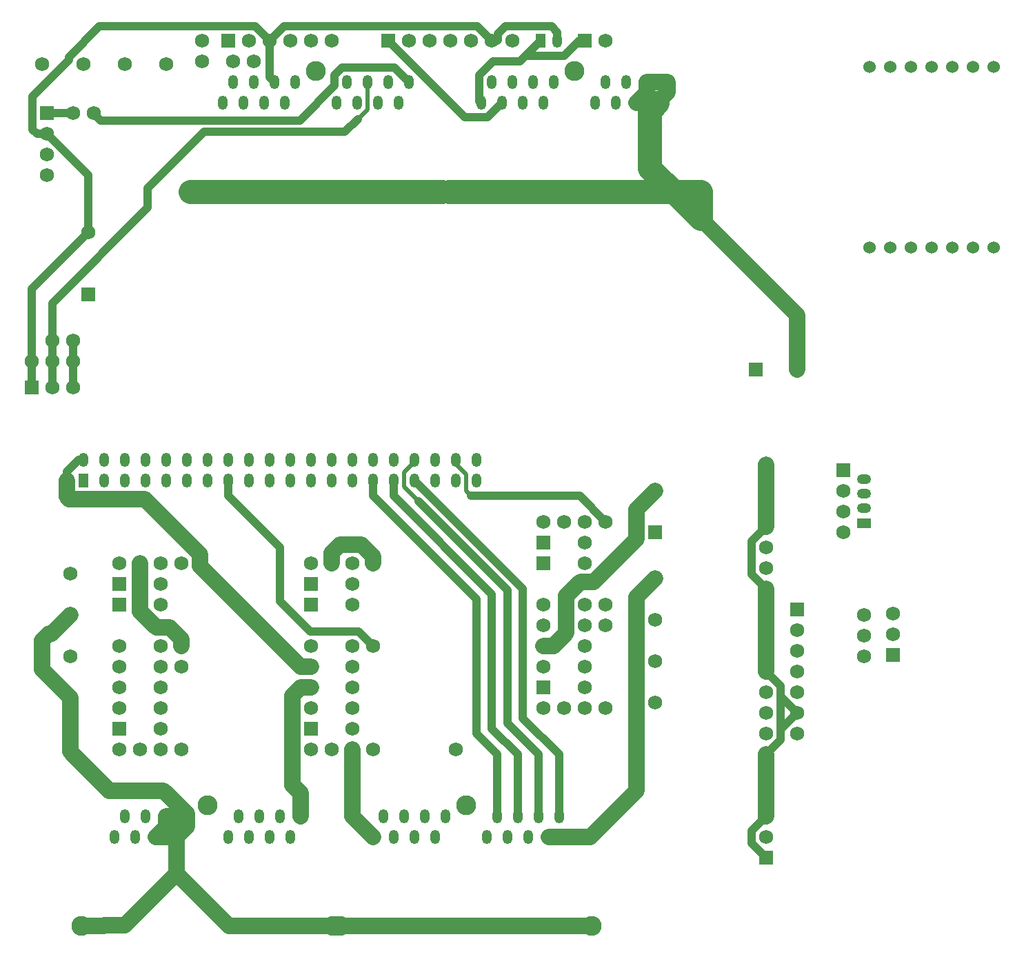
<source format=gbr>
G04 #@! TF.GenerationSoftware,KiCad,Pcbnew,5.1.6-c6e7f7d~86~ubuntu19.10.1*
G04 #@! TF.CreationDate,2021-01-12T13:09:26+02:00*
G04 #@! TF.ProjectId,authenticator2.0,61757468-656e-4746-9963-61746f72322e,rev?*
G04 #@! TF.SameCoordinates,Original*
G04 #@! TF.FileFunction,Copper,L4,Bot*
G04 #@! TF.FilePolarity,Positive*
%FSLAX46Y46*%
G04 Gerber Fmt 4.6, Leading zero omitted, Abs format (unit mm)*
G04 Created by KiCad (PCBNEW 5.1.6-c6e7f7d~86~ubuntu19.10.1) date 2021-01-12 13:09:26*
%MOMM*%
%LPD*%
G01*
G04 APERTURE LIST*
G04 #@! TA.AperFunction,ComponentPad*
%ADD10R,1.200000X1.750000*%
G04 #@! TD*
G04 #@! TA.AperFunction,ComponentPad*
%ADD11O,1.200000X1.750000*%
G04 #@! TD*
G04 #@! TA.AperFunction,ComponentPad*
%ADD12C,1.750000*%
G04 #@! TD*
G04 #@! TA.AperFunction,ComponentPad*
%ADD13R,1.750000X1.750000*%
G04 #@! TD*
G04 #@! TA.AperFunction,ComponentPad*
%ADD14O,1.750000X1.200000*%
G04 #@! TD*
G04 #@! TA.AperFunction,ComponentPad*
%ADD15R,1.750000X1.200000*%
G04 #@! TD*
G04 #@! TA.AperFunction,ComponentPad*
%ADD16C,2.450000*%
G04 #@! TD*
G04 #@! TA.AperFunction,ComponentPad*
%ADD17C,1.524000*%
G04 #@! TD*
G04 #@! TA.AperFunction,ComponentPad*
%ADD18R,1.250000X1.750000*%
G04 #@! TD*
G04 #@! TA.AperFunction,ComponentPad*
%ADD19O,1.250000X1.750000*%
G04 #@! TD*
G04 #@! TA.AperFunction,Conductor*
%ADD20C,1.000000*%
G04 #@! TD*
G04 #@! TA.AperFunction,Conductor*
%ADD21C,2.000000*%
G04 #@! TD*
G04 #@! TA.AperFunction,Conductor*
%ADD22C,0.500000*%
G04 #@! TD*
G04 #@! TA.AperFunction,Conductor*
%ADD23C,3.000000*%
G04 #@! TD*
G04 APERTURE END LIST*
D10*
X24765000Y-74295000D03*
D11*
X24765000Y-71755000D03*
X27305000Y-74295000D03*
X27305000Y-71755000D03*
X29845000Y-74295000D03*
X29845000Y-71755000D03*
X32385000Y-74295000D03*
X32385000Y-71755000D03*
X34925000Y-74295000D03*
X34925000Y-71755000D03*
X37465000Y-74295000D03*
X37465000Y-71755000D03*
X40005000Y-74295000D03*
X40005000Y-71755000D03*
X42545000Y-74295000D03*
X42545000Y-71755000D03*
X45085000Y-74295000D03*
X45085000Y-71755000D03*
X47625000Y-74295000D03*
X47625000Y-71755000D03*
X50165000Y-74295000D03*
X50165000Y-71755000D03*
X52705000Y-74295000D03*
X52705000Y-71755000D03*
X55245000Y-74295000D03*
X55245000Y-71755000D03*
X57785000Y-74295000D03*
X57785000Y-71755000D03*
X60325000Y-74295000D03*
X60325000Y-71755000D03*
X62865000Y-74295000D03*
X62865000Y-71755000D03*
X65405000Y-74295000D03*
X65405000Y-71755000D03*
X67945000Y-74295000D03*
X67945000Y-71755000D03*
X70485000Y-74295000D03*
X70485000Y-71755000D03*
X73025000Y-74295000D03*
X73025000Y-71755000D03*
D12*
X39370000Y-20320000D03*
X39370000Y-22860000D03*
D13*
X42545000Y-20320000D03*
D12*
X45085000Y-20320000D03*
X47625000Y-20320000D03*
X50165000Y-20320000D03*
X45720000Y-22860000D03*
X43180000Y-22860000D03*
D13*
X29210000Y-89535000D03*
D12*
X29210000Y-94615000D03*
X29210000Y-97155000D03*
X29210000Y-99695000D03*
X29210000Y-102235000D03*
X34290000Y-102235000D03*
X34290000Y-99695000D03*
X34290000Y-97155000D03*
X34290000Y-94615000D03*
X34290000Y-89535000D03*
X118106600Y-80635000D03*
X118106600Y-78095000D03*
X118106600Y-75555000D03*
D13*
X118106600Y-73015000D03*
D14*
X120646600Y-74125000D03*
D15*
X120646600Y-79525000D03*
D14*
X120646600Y-77725000D03*
X120646600Y-75925000D03*
D12*
X20955000Y-59690000D03*
X23495000Y-59690000D03*
X18415000Y-59690000D03*
D11*
X51435000Y-115570000D03*
X50165000Y-118110000D03*
X48895000Y-115570000D03*
X47625000Y-118110000D03*
X46355000Y-115570000D03*
X45085000Y-118110000D03*
X43815000Y-115570000D03*
X37465000Y-115570000D03*
X36195000Y-118110000D03*
X34925000Y-115570000D03*
D16*
X24570000Y-129030000D03*
X55440000Y-129030000D03*
D11*
X28575000Y-118110000D03*
X29845000Y-115570000D03*
X31115000Y-118110000D03*
X32385000Y-115570000D03*
X33655000Y-118110000D03*
D16*
X40005000Y-114220000D03*
D11*
X42545000Y-118110000D03*
D13*
X29210000Y-86995000D03*
D12*
X34290000Y-86995000D03*
X86360000Y-81915000D03*
D13*
X81280000Y-81915000D03*
X108585000Y-120650000D03*
D12*
X108585000Y-118110000D03*
X108585000Y-115570000D03*
X108585000Y-113030000D03*
X108585000Y-110490000D03*
X108585000Y-107950000D03*
X108585000Y-105410000D03*
X108585000Y-102870000D03*
X108585000Y-100330000D03*
X108585000Y-97790000D03*
X108585000Y-95250000D03*
X108585000Y-92710000D03*
X108585000Y-90170000D03*
X108585000Y-87630000D03*
X108585000Y-85090000D03*
X108585000Y-82550000D03*
X108585000Y-80010000D03*
X108585000Y-77470000D03*
X108585000Y-74930000D03*
X108585000Y-72390000D03*
D17*
X136525000Y-45720000D03*
X133985000Y-45720000D03*
X131445000Y-45720000D03*
X128905000Y-45720000D03*
X126365000Y-45720000D03*
X123825000Y-45720000D03*
X121285000Y-45720000D03*
D12*
X94960000Y-101600000D03*
X94960000Y-96520000D03*
X94960000Y-91440000D03*
X94960000Y-86360000D03*
D13*
X81280000Y-99695000D03*
D12*
X86360000Y-99695000D03*
X26035000Y-29210000D03*
X23495000Y-29210000D03*
D18*
X80899000Y-20320000D03*
D19*
X82931000Y-20320000D03*
D12*
X25400000Y-43815000D03*
D13*
X25400000Y-51435000D03*
D12*
X34290000Y-104775000D03*
D13*
X29210000Y-104775000D03*
D12*
X52705000Y-20320000D03*
X55245000Y-20320000D03*
X77470000Y-20320000D03*
X74930000Y-20320000D03*
X72390000Y-20320000D03*
X69850000Y-20320000D03*
X67310000Y-20320000D03*
X64770000Y-20320000D03*
D13*
X62230000Y-20320000D03*
D12*
X23495000Y-62865000D03*
X20955000Y-62865000D03*
D13*
X18415000Y-62865000D03*
D12*
X120640600Y-95885600D03*
X120640600Y-90805600D03*
X120640600Y-93345600D03*
X19685000Y-23150000D03*
X24765000Y-23150000D03*
X29845000Y-23150000D03*
X34925000Y-23150000D03*
X57785000Y-86995000D03*
D13*
X52705000Y-86995000D03*
D12*
X57785000Y-104775000D03*
D13*
X52705000Y-104775000D03*
X112395000Y-90170000D03*
D12*
X112395000Y-92710000D03*
X112395000Y-95250000D03*
X112395000Y-97790000D03*
X112395000Y-100330000D03*
X112395000Y-102870000D03*
X112395000Y-105410000D03*
D13*
X20320000Y-29210000D03*
D12*
X20320000Y-31750000D03*
X20320000Y-34290000D03*
X20320000Y-36830000D03*
X20955000Y-57150000D03*
X23495000Y-57150000D03*
X23150000Y-85725000D03*
X23150000Y-90805000D03*
X23150000Y-95885000D03*
X23150000Y-100965000D03*
D13*
X94960000Y-80645000D03*
D12*
X94960000Y-75565000D03*
D11*
X74295000Y-118110000D03*
D16*
X71755000Y-114220000D03*
D11*
X65405000Y-118110000D03*
X64135000Y-115570000D03*
X62865000Y-118110000D03*
X61595000Y-115570000D03*
X60325000Y-118110000D03*
D16*
X87190000Y-129030000D03*
X56320000Y-129030000D03*
D11*
X66675000Y-115570000D03*
X67945000Y-118110000D03*
X69215000Y-115570000D03*
X75565000Y-115570000D03*
X76835000Y-118110000D03*
X78105000Y-115570000D03*
X79375000Y-118110000D03*
X80645000Y-115570000D03*
X81915000Y-118110000D03*
X83185000Y-115570000D03*
D12*
X57785000Y-89535000D03*
X57785000Y-94615000D03*
X57785000Y-97155000D03*
X57785000Y-99695000D03*
X57785000Y-102235000D03*
X52705000Y-102235000D03*
X52705000Y-99695000D03*
X52705000Y-97155000D03*
X52705000Y-94615000D03*
D13*
X52705000Y-89535000D03*
D12*
X88900000Y-20320000D03*
D13*
X86360000Y-20320000D03*
X107315000Y-60670000D03*
D12*
X112395000Y-60670000D03*
X124180600Y-90652600D03*
X124180600Y-93192600D03*
D13*
X124180600Y-95732600D03*
D17*
X136525000Y-23495000D03*
X133985000Y-23495000D03*
X131445000Y-23495000D03*
X128905000Y-23495000D03*
X126365000Y-23495000D03*
X123825000Y-23495000D03*
X121285000Y-23495000D03*
D11*
X64770000Y-25400000D03*
X63500000Y-27940000D03*
X62230000Y-25400000D03*
X60960000Y-27940000D03*
X59690000Y-25400000D03*
X58420000Y-27940000D03*
X57150000Y-25400000D03*
X50800000Y-25400000D03*
X49530000Y-27940000D03*
X48260000Y-25400000D03*
D16*
X37905000Y-38860000D03*
X68775000Y-38860000D03*
D11*
X41910000Y-27940000D03*
X43180000Y-25400000D03*
X44450000Y-27940000D03*
X45720000Y-25400000D03*
X46990000Y-27940000D03*
D16*
X53340000Y-24050000D03*
D11*
X55880000Y-27940000D03*
D12*
X86360000Y-84455000D03*
X86360000Y-89535000D03*
X86360000Y-92075000D03*
X86360000Y-94615000D03*
X86360000Y-97155000D03*
X81280000Y-97155000D03*
X81280000Y-94615000D03*
X81280000Y-92075000D03*
X81280000Y-89535000D03*
D13*
X81280000Y-84455000D03*
D11*
X87630000Y-27940000D03*
D16*
X85090000Y-24050000D03*
D11*
X78740000Y-27940000D03*
X77470000Y-25400000D03*
X76200000Y-27940000D03*
X74930000Y-25400000D03*
X73660000Y-27940000D03*
D16*
X100525000Y-38860000D03*
X69655000Y-38860000D03*
D11*
X80010000Y-25400000D03*
X81280000Y-27940000D03*
X82550000Y-25400000D03*
X88900000Y-25400000D03*
X90170000Y-27940000D03*
X91440000Y-25400000D03*
X92710000Y-27940000D03*
X93980000Y-25400000D03*
X95250000Y-27940000D03*
X96520000Y-25400000D03*
D12*
X31750000Y-107315000D03*
X34290000Y-107315000D03*
X29210000Y-107315000D03*
X31750000Y-84455000D03*
X34290000Y-84455000D03*
X29210000Y-84455000D03*
X52705000Y-107315000D03*
X57785000Y-107315000D03*
X55245000Y-107315000D03*
X52705000Y-84455000D03*
X57785000Y-84455000D03*
X55245000Y-84455000D03*
X83820000Y-102235000D03*
X86360000Y-102235000D03*
X81280000Y-102235000D03*
X81280000Y-79375000D03*
X86360000Y-79375000D03*
X83820000Y-79375000D03*
X36830000Y-97155000D03*
X36830000Y-107315000D03*
X36830000Y-94615000D03*
X36830000Y-84455000D03*
X70485000Y-107315000D03*
X60325000Y-107315000D03*
X60325000Y-84455000D03*
X60325000Y-94615000D03*
X88900000Y-92075000D03*
X88900000Y-102235000D03*
X88900000Y-89535000D03*
X88900000Y-79375000D03*
D20*
X74930000Y-20320000D02*
X75565000Y-20320000D01*
X75565000Y-20320000D02*
X75694999Y-20190001D01*
X75694999Y-20190001D02*
X75694999Y-19467999D01*
X82931000Y-19231998D02*
X82931000Y-20320000D01*
X75694999Y-19467999D02*
X76617999Y-18544999D01*
X76617999Y-18544999D02*
X82244001Y-18544999D01*
X82244001Y-18544999D02*
X82931000Y-19231998D01*
X18415000Y-59690000D02*
X18415000Y-50800000D01*
X18415000Y-50800000D02*
X25400000Y-43815000D01*
X25400000Y-36830000D02*
X25400000Y-43815000D01*
X20320000Y-31750000D02*
X25400000Y-36830000D01*
X47625000Y-20320000D02*
X49400001Y-18544999D01*
X49400001Y-18544999D02*
X73154999Y-18544999D01*
X73154999Y-18544999D02*
X74930000Y-20320000D01*
X47625000Y-20320000D02*
X47625000Y-24765000D01*
X47625000Y-24765000D02*
X48260000Y-25400000D01*
X20320000Y-31750000D02*
X19082564Y-31750000D01*
X19082564Y-31750000D02*
X18544999Y-31212435D01*
X45849999Y-18544999D02*
X47625000Y-20320000D01*
X18544999Y-31212435D02*
X18544999Y-27112999D01*
X18544999Y-27112999D02*
X22989999Y-22667999D01*
X22989999Y-22667999D02*
X22989999Y-22297999D01*
X22989999Y-22297999D02*
X26742999Y-18544999D01*
X26742999Y-18544999D02*
X45849999Y-18544999D01*
D21*
X108585000Y-72390000D02*
X108585000Y-80010000D01*
X108585000Y-87630000D02*
X108585000Y-97790000D01*
X108585000Y-107950000D02*
X108585000Y-115570000D01*
D20*
X110360001Y-106174999D02*
X108585000Y-107950000D01*
X110360001Y-99565001D02*
X110360001Y-106174999D01*
X108585000Y-97790000D02*
X110360001Y-99565001D01*
X110360001Y-100835001D02*
X110360001Y-99565001D01*
X112395000Y-102870000D02*
X110360001Y-100835001D01*
X110360001Y-104904999D02*
X110360001Y-106174999D01*
X112395000Y-102870000D02*
X110360001Y-104904999D01*
X106809999Y-117345001D02*
X108585000Y-115570000D01*
X106809999Y-118874999D02*
X106809999Y-117345001D01*
X108585000Y-120650000D02*
X106809999Y-118874999D01*
X106809999Y-81785001D02*
X108585000Y-80010000D01*
X106809999Y-85854999D02*
X106809999Y-81785001D01*
X108585000Y-87630000D02*
X106809999Y-85854999D01*
X18415000Y-59690000D02*
X18415000Y-62865000D01*
X79044001Y-22174999D02*
X83819999Y-22174999D01*
X83819999Y-22174999D02*
X85674998Y-20320000D01*
X85674998Y-20320000D02*
X86360000Y-20320000D01*
X78359000Y-22860000D02*
X80899000Y-20320000D01*
D22*
X78359000Y-22860000D02*
X79044001Y-22174999D01*
D20*
X73660000Y-27940000D02*
X73429990Y-27709990D01*
X73429990Y-27709990D02*
X73429990Y-24503676D01*
X75073666Y-22860000D02*
X78359000Y-22860000D01*
X73429990Y-24503676D02*
X75073666Y-22860000D01*
X23495000Y-59690000D02*
X23495000Y-57150000D01*
X23495000Y-62865000D02*
X23495000Y-59690000D01*
X32702500Y-38417500D02*
X39634991Y-31485009D01*
X32702500Y-38417500D02*
X32702500Y-40762498D01*
X32702500Y-40762498D02*
X20955000Y-52509998D01*
X20955000Y-52509998D02*
X20955000Y-57150000D01*
X39634991Y-31485009D02*
X56917771Y-31485009D01*
X56917771Y-31485009D02*
X58488890Y-29913890D01*
D22*
X58488890Y-29913890D02*
X59690000Y-28712781D01*
X59690000Y-28712781D02*
X59690000Y-25400000D01*
D20*
X20955000Y-57150000D02*
X20955000Y-59690000D01*
X20955000Y-59690000D02*
X20955000Y-62865000D01*
D21*
X92684999Y-77840001D02*
X94960000Y-75565000D01*
X92684999Y-81497003D02*
X92684999Y-77840001D01*
X85797997Y-86730001D02*
X87452001Y-86730001D01*
X84084999Y-88442999D02*
X85797997Y-86730001D01*
X87452001Y-86730001D02*
X92684999Y-81497003D01*
X84084999Y-93047437D02*
X84084999Y-88442999D01*
X82517436Y-94615000D02*
X84084999Y-93047437D01*
X81280000Y-94615000D02*
X82517436Y-94615000D01*
D20*
X62230000Y-20320000D02*
X71625010Y-29715010D01*
X71625010Y-29715010D02*
X74424990Y-29715010D01*
X74424990Y-29715010D02*
X76200000Y-27940000D01*
D23*
X69655000Y-38860000D02*
X100525000Y-38860000D01*
D21*
X93980000Y-25400000D02*
X96520000Y-25400000D01*
X96520000Y-25400000D02*
X96520000Y-26670000D01*
X96520000Y-26670000D02*
X95250000Y-27940000D01*
X93980000Y-25400000D02*
X93980000Y-26670000D01*
X93980000Y-26670000D02*
X92710000Y-27940000D01*
X92710000Y-27940000D02*
X95250000Y-27940000D01*
D23*
X100525000Y-42105000D02*
X100525000Y-38860000D01*
X94264999Y-35982001D02*
X96097999Y-37815001D01*
X96097999Y-37815001D02*
X96235001Y-37815001D01*
X96235001Y-37815001D02*
X100525000Y-42105000D01*
X100525000Y-38860000D02*
X97142998Y-38860000D01*
X94264999Y-28925001D02*
X95250000Y-27940000D01*
X97142998Y-38860000D02*
X94264999Y-35982001D01*
X94264999Y-35982001D02*
X94264999Y-28925001D01*
X37905000Y-38860000D02*
X68775000Y-38860000D01*
D21*
X112395000Y-53975000D02*
X112395000Y-58765000D01*
X100525000Y-42105000D02*
X112395000Y-53975000D01*
X112395000Y-58765000D02*
X112395000Y-60670000D01*
D20*
X83185000Y-115570000D02*
X83185000Y-107950000D01*
X83185000Y-107950000D02*
X78740000Y-103505000D01*
X78740000Y-87630000D02*
X65405000Y-74295000D01*
X78740000Y-103505000D02*
X78740000Y-87630000D01*
X78105000Y-115570000D02*
X78105000Y-107950000D01*
X78105000Y-107950000D02*
X74930000Y-104775000D01*
X74930000Y-104775000D02*
X74930000Y-88265000D01*
X62865000Y-76200000D02*
X62865000Y-74295000D01*
X74930000Y-88265000D02*
X62865000Y-76200000D01*
X75565000Y-115570000D02*
X75565000Y-107950000D01*
X75565000Y-107950000D02*
X73025000Y-105410000D01*
X73025000Y-105410000D02*
X73025000Y-88900000D01*
X60325000Y-76200000D02*
X60325000Y-74295000D01*
X73025000Y-88900000D02*
X60325000Y-76200000D01*
D22*
X64154990Y-75087771D02*
X65902219Y-76835000D01*
X64154990Y-73280010D02*
X64154990Y-75087771D01*
X65405000Y-71755000D02*
X65405000Y-72030000D01*
X65405000Y-72030000D02*
X64154990Y-73280010D01*
D20*
X80645000Y-115570000D02*
X80645000Y-107950000D01*
X80645000Y-107950000D02*
X76835000Y-104140000D01*
X76835000Y-87767781D02*
X65902219Y-76835000D01*
X76835000Y-104140000D02*
X76835000Y-87767781D01*
D21*
X57785000Y-115570000D02*
X60325000Y-118110000D01*
X57785000Y-107315000D02*
X57785000Y-115570000D01*
X23045008Y-76570010D02*
X22764999Y-76290001D01*
X51467564Y-97155000D02*
X39105001Y-84792437D01*
X52705000Y-97155000D02*
X51467564Y-97155000D01*
X39105001Y-84792437D02*
X39105001Y-83362999D01*
X39105001Y-83362999D02*
X32312012Y-76570010D01*
X32312012Y-76570010D02*
X23045008Y-76570010D01*
X22764999Y-76290001D02*
X22764999Y-74295000D01*
D20*
X24209998Y-71755000D02*
X24765000Y-71755000D01*
X22764999Y-73199999D02*
X24209998Y-71755000D01*
X22764999Y-74295000D02*
X22764999Y-73199999D01*
D21*
X92684999Y-88635001D02*
X92684999Y-112420001D01*
X94960000Y-86360000D02*
X92684999Y-88635001D01*
X86995000Y-118110000D02*
X81915000Y-118110000D01*
X92684999Y-112420001D02*
X86995000Y-118110000D01*
D20*
X26035000Y-29210000D02*
X26909999Y-30084999D01*
X26909999Y-30084999D02*
X51338667Y-30084999D01*
X51338667Y-30084999D02*
X55649990Y-25773676D01*
X55649990Y-25773676D02*
X55649990Y-24503676D01*
X55649990Y-24503676D02*
X56528676Y-23624990D01*
X56528676Y-23624990D02*
X62994990Y-23624990D01*
X62994990Y-23624990D02*
X64770000Y-25400000D01*
X52639997Y-92839999D02*
X48895000Y-89095002D01*
X60325000Y-94615000D02*
X58549999Y-92839999D01*
X58549999Y-92839999D02*
X52639997Y-92839999D01*
X48895000Y-89095002D02*
X48895000Y-82550000D01*
X42545000Y-76200000D02*
X42545000Y-74295000D01*
X48895000Y-82550000D02*
X42545000Y-76200000D01*
D22*
X71774990Y-73542209D02*
X71774990Y-75584990D01*
X70485000Y-71755000D02*
X70485000Y-72252219D01*
X70485000Y-72252219D02*
X71774990Y-73542209D01*
X71774990Y-75584990D02*
X72390000Y-76200000D01*
D20*
X85725000Y-76200000D02*
X88900000Y-79375000D01*
X72390000Y-76200000D02*
X85725000Y-76200000D01*
D21*
X51435000Y-112695000D02*
X51435000Y-115570000D01*
X50429999Y-100732565D02*
X50429999Y-111689999D01*
X50429999Y-111689999D02*
X51435000Y-112695000D01*
X51467564Y-99695000D02*
X50429999Y-100732565D01*
X52705000Y-99695000D02*
X51467564Y-99695000D01*
X19685000Y-97500000D02*
X23150000Y-100965000D01*
X37465000Y-116840000D02*
X36195000Y-118110000D01*
X37465000Y-115570000D02*
X37465000Y-116840000D01*
X36195000Y-118110000D02*
X33655000Y-118110000D01*
X34925000Y-116840000D02*
X34925000Y-115570000D01*
X33655000Y-118110000D02*
X34925000Y-116840000D01*
X27212002Y-129030000D02*
X27337002Y-128905000D01*
X24570000Y-129030000D02*
X27212002Y-129030000D01*
X27337002Y-128905000D02*
X29845000Y-128905000D01*
X36195000Y-122555000D02*
X36195000Y-118110000D01*
X29845000Y-128905000D02*
X36195000Y-122555000D01*
X87190000Y-129030000D02*
X56320000Y-129030000D01*
X56320000Y-129030000D02*
X55440000Y-129030000D01*
X42670000Y-129030000D02*
X36195000Y-122555000D01*
X55440000Y-129030000D02*
X42670000Y-129030000D01*
X23150000Y-90805000D02*
X20874999Y-93080001D01*
X19685000Y-93980000D02*
X19685000Y-97500000D01*
X20584999Y-93080001D02*
X19685000Y-93980000D01*
X20874999Y-93080001D02*
X20584999Y-93080001D01*
X36195000Y-116205000D02*
X35560000Y-115570000D01*
X36195000Y-118110000D02*
X36195000Y-116205000D01*
X37465000Y-115570000D02*
X35560000Y-115570000D01*
X35560000Y-115570000D02*
X34925000Y-115570000D01*
X23150000Y-100965000D02*
X23150000Y-107605000D01*
X23150000Y-107605000D02*
X27940000Y-112395000D01*
X37465000Y-115235000D02*
X37465000Y-115570000D01*
X34625000Y-112395000D02*
X37465000Y-115235000D01*
X27940000Y-112395000D02*
X34625000Y-112395000D01*
D20*
X20320000Y-29210000D02*
X23495000Y-29210000D01*
D21*
X36830000Y-93787998D02*
X36830000Y-94615000D01*
X35382001Y-92339999D02*
X36830000Y-93787998D01*
X33727997Y-92339999D02*
X35382001Y-92339999D01*
X31750000Y-90362002D02*
X33727997Y-92339999D01*
X31750000Y-84455000D02*
X31750000Y-90362002D01*
X60325000Y-83627998D02*
X60325000Y-84455000D01*
X58877001Y-82179999D02*
X60325000Y-83627998D01*
X56282565Y-82179999D02*
X58877001Y-82179999D01*
X55245000Y-83217564D02*
X56282565Y-82179999D01*
X55245000Y-84455000D02*
X55245000Y-83217564D01*
M02*

</source>
